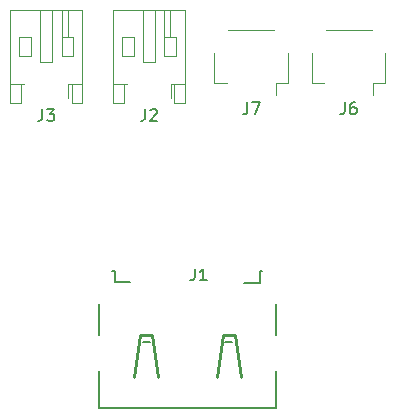
<source format=gbr>
%TF.GenerationSoftware,KiCad,Pcbnew,(6.0.5)*%
%TF.CreationDate,2022-06-07T12:38:57-06:00*%
%TF.ProjectId,21Pin_Fanout,32315069-6e5f-4466-916e-6f75742e6b69,rev?*%
%TF.SameCoordinates,Original*%
%TF.FileFunction,Legend,Top*%
%TF.FilePolarity,Positive*%
%FSLAX46Y46*%
G04 Gerber Fmt 4.6, Leading zero omitted, Abs format (unit mm)*
G04 Created by KiCad (PCBNEW (6.0.5)) date 2022-06-07 12:38:57*
%MOMM*%
%LPD*%
G01*
G04 APERTURE LIST*
%ADD10C,0.150000*%
%ADD11C,0.120000*%
%ADD12C,0.254000*%
%ADD13C,0.200000*%
G04 APERTURE END LIST*
D10*
%TO.C,J6*%
X13316666Y17817619D02*
X13316666Y17103333D01*
X13269047Y16960476D01*
X13173809Y16865238D01*
X13030952Y16817619D01*
X12935714Y16817619D01*
X14221428Y17817619D02*
X14030952Y17817619D01*
X13935714Y17770000D01*
X13888095Y17722380D01*
X13792857Y17579523D01*
X13745238Y17389047D01*
X13745238Y17008095D01*
X13792857Y16912857D01*
X13840476Y16865238D01*
X13935714Y16817619D01*
X14126190Y16817619D01*
X14221428Y16865238D01*
X14269047Y16912857D01*
X14316666Y17008095D01*
X14316666Y17246190D01*
X14269047Y17341428D01*
X14221428Y17389047D01*
X14126190Y17436666D01*
X13935714Y17436666D01*
X13840476Y17389047D01*
X13792857Y17341428D01*
X13745238Y17246190D01*
%TO.C,J3*%
X-12283333Y17247619D02*
X-12283333Y16533333D01*
X-12330952Y16390476D01*
X-12426190Y16295238D01*
X-12569047Y16247619D01*
X-12664285Y16247619D01*
X-11902380Y17247619D02*
X-11283333Y17247619D01*
X-11616666Y16866666D01*
X-11473809Y16866666D01*
X-11378571Y16819047D01*
X-11330952Y16771428D01*
X-11283333Y16676190D01*
X-11283333Y16438095D01*
X-11330952Y16342857D01*
X-11378571Y16295238D01*
X-11473809Y16247619D01*
X-11759523Y16247619D01*
X-11854761Y16295238D01*
X-11902380Y16342857D01*
%TO.C,J2*%
X-3583333Y17247619D02*
X-3583333Y16533333D01*
X-3630952Y16390476D01*
X-3726190Y16295238D01*
X-3869047Y16247619D01*
X-3964285Y16247619D01*
X-3154761Y17152380D02*
X-3107142Y17200000D01*
X-3011904Y17247619D01*
X-2773809Y17247619D01*
X-2678571Y17200000D01*
X-2630952Y17152380D01*
X-2583333Y17057142D01*
X-2583333Y16961904D01*
X-2630952Y16819047D01*
X-3202380Y16247619D01*
X-2583333Y16247619D01*
%TO.C,J7*%
X5066666Y17817619D02*
X5066666Y17103333D01*
X5019047Y16960476D01*
X4923809Y16865238D01*
X4780952Y16817619D01*
X4685714Y16817619D01*
X5447619Y17817619D02*
X6114285Y17817619D01*
X5685714Y16817619D01*
%TO.C,J1*%
X621309Y3754619D02*
X621309Y3040333D01*
X573690Y2897476D01*
X478452Y2802238D01*
X335595Y2754619D01*
X240357Y2754619D01*
X1621309Y2754619D02*
X1049880Y2754619D01*
X1335595Y2754619D02*
X1335595Y3754619D01*
X1240357Y3611761D01*
X1145119Y3516523D01*
X1049880Y3468904D01*
D11*
%TO.C,J6*%
X16760000Y21965000D02*
X16760000Y19465000D01*
X10540000Y21965000D02*
X10540000Y19465000D01*
X15710000Y19465000D02*
X15710000Y18475000D01*
X10540000Y19465000D02*
X11590000Y19465000D01*
X16760000Y19465000D02*
X15710000Y19465000D01*
X15590000Y23935000D02*
X11710000Y23935000D01*
%TO.C,J3*%
X-13250000Y23350000D02*
X-13250000Y21750000D01*
X-9650000Y23350000D02*
X-10650000Y23350000D01*
X-12450000Y21250000D02*
X-12450000Y25610000D01*
X-10090000Y19390000D02*
X-10090000Y18175000D01*
X-9810000Y19390000D02*
X-9810000Y17790000D01*
X-14090000Y17790000D02*
X-14090000Y19390000D01*
X-10090000Y19390000D02*
X-9810000Y19390000D01*
X-14250000Y23350000D02*
X-13250000Y23350000D01*
X-14250000Y21750000D02*
X-14250000Y23350000D01*
X-10650000Y21750000D02*
X-9650000Y21750000D01*
X-15010000Y17790000D02*
X-14090000Y17790000D01*
X-8890000Y19390000D02*
X-9810000Y19390000D01*
X-15010000Y25610000D02*
X-15010000Y17790000D01*
X-9650000Y21750000D02*
X-9650000Y23350000D01*
X-11450000Y25610000D02*
X-11450000Y21250000D01*
X-10650000Y23350000D02*
X-10650000Y21750000D01*
X-8890000Y25610000D02*
X-15010000Y25610000D01*
X-10650000Y23350000D02*
X-10650000Y25610000D01*
X-15010000Y19390000D02*
X-14090000Y19390000D01*
X-9810000Y17790000D02*
X-8890000Y17790000D01*
X-11450000Y21250000D02*
X-12450000Y21250000D01*
X-8890000Y17790000D02*
X-8890000Y25610000D01*
X-10150000Y23350000D02*
X-10150000Y25610000D01*
X-14090000Y19390000D02*
X-13810000Y19390000D01*
X-13250000Y21750000D02*
X-14250000Y21750000D01*
%TO.C,J2*%
X-2750000Y21250000D02*
X-3750000Y21250000D01*
X-950000Y21750000D02*
X-950000Y23350000D01*
X-5550000Y21750000D02*
X-5550000Y23350000D01*
X-5390000Y17790000D02*
X-5390000Y19390000D01*
X-1950000Y23350000D02*
X-1950000Y21750000D01*
X-1110000Y19390000D02*
X-1110000Y17790000D01*
X-190000Y25610000D02*
X-6310000Y25610000D01*
X-6310000Y25610000D02*
X-6310000Y17790000D01*
X-1390000Y19390000D02*
X-1110000Y19390000D01*
X-1110000Y17790000D02*
X-190000Y17790000D01*
X-190000Y19390000D02*
X-1110000Y19390000D01*
X-3750000Y21250000D02*
X-3750000Y25610000D01*
X-4550000Y23350000D02*
X-4550000Y21750000D01*
X-190000Y17790000D02*
X-190000Y25610000D01*
X-1950000Y21750000D02*
X-950000Y21750000D01*
X-6310000Y19390000D02*
X-5390000Y19390000D01*
X-1950000Y23350000D02*
X-1950000Y25610000D01*
X-6310000Y17790000D02*
X-5390000Y17790000D01*
X-5390000Y19390000D02*
X-5110000Y19390000D01*
X-1450000Y23350000D02*
X-1450000Y25610000D01*
X-4550000Y21750000D02*
X-5550000Y21750000D01*
X-950000Y23350000D02*
X-1950000Y23350000D01*
X-5550000Y23350000D02*
X-4550000Y23350000D01*
X-2750000Y25610000D02*
X-2750000Y21250000D01*
X-1390000Y19390000D02*
X-1390000Y18175000D01*
%TO.C,J7*%
X2290000Y19465000D02*
X3340000Y19465000D01*
X8510000Y21965000D02*
X8510000Y19465000D01*
X2290000Y21965000D02*
X2290000Y19465000D01*
X7340000Y23935000D02*
X3460000Y23935000D01*
X7460000Y19465000D02*
X7460000Y18475000D01*
X8510000Y19465000D02*
X7460000Y19465000D01*
D12*
%TO.C,J1*%
X4000000Y-1904000D02*
X4500000Y-5404000D01*
D13*
X6145000Y2575000D02*
X6145000Y3563000D01*
X6352000Y3563000D02*
X6352000Y3556000D01*
X-6107000Y3545000D02*
X-6120000Y3545000D01*
X7500000Y-1876000D02*
X7500000Y743000D01*
X-6350000Y3557000D02*
X-6107000Y3557000D01*
X4830000Y2565000D02*
X6080000Y2565000D01*
X-3200000Y-2504000D02*
X-3800000Y-2504000D01*
X6080000Y2565000D02*
X6080000Y2575000D01*
X-7500000Y-1875000D02*
X-7500000Y743000D01*
X-6107000Y3557000D02*
X-6107000Y3545000D01*
X-6120000Y2592000D02*
X-4837000Y2592000D01*
X7500000Y-8036000D02*
X7500000Y-4917000D01*
X6145000Y3563000D02*
X6352000Y3563000D01*
X3200000Y-2504000D02*
X3800000Y-2504000D01*
D12*
X-3000000Y-1904000D02*
X-4000000Y-1904000D01*
D13*
X-6120000Y3545000D02*
X-6120000Y2592000D01*
D12*
X2500000Y-5404000D02*
X3000000Y-1904000D01*
D13*
X-7500000Y-8036000D02*
X-7500000Y-4917000D01*
X6080000Y2575000D02*
X6145000Y2575000D01*
D12*
X-2500000Y-5404000D02*
X-3000000Y-1904000D01*
D13*
X-7500000Y-8036000D02*
X7500000Y-8036000D01*
D12*
X3000000Y-1904000D02*
X4000000Y-1904000D01*
X-4000000Y-1904000D02*
X-4500000Y-5404000D01*
%TD*%
M02*

</source>
